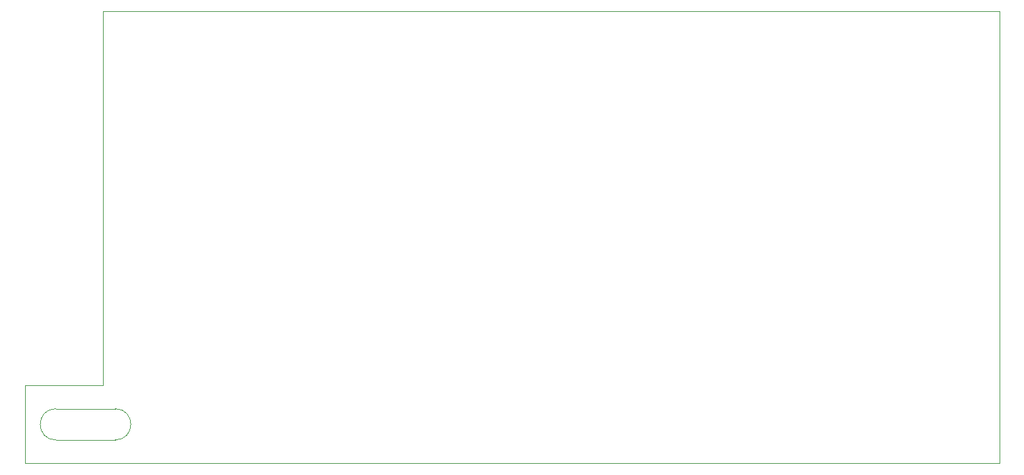
<source format=gbr>
G04 #@! TF.GenerationSoftware,KiCad,Pcbnew,(6.0.0-0)*
G04 #@! TF.CreationDate,2022-04-11T17:58:48+02:00*
G04 #@! TF.ProjectId,ACSI2SD MSTE,41435349-3253-4442-904d-5354452e6b69,1.1*
G04 #@! TF.SameCoordinates,Original*
G04 #@! TF.FileFunction,Profile,NP*
%FSLAX46Y46*%
G04 Gerber Fmt 4.6, Leading zero omitted, Abs format (unit mm)*
G04 Created by KiCad (PCBNEW (6.0.0-0)) date 2022-04-11 17:58:48*
%MOMM*%
%LPD*%
G01*
G04 APERTURE LIST*
G04 #@! TA.AperFunction,Profile*
%ADD10C,0.100000*%
G04 #@! TD*
G04 APERTURE END LIST*
D10*
X100000000Y-100000000D02*
X215000000Y-100000000D01*
X215000000Y-158000000D02*
X90000000Y-158000000D01*
X100000000Y-148000000D02*
X100000000Y-100000000D01*
X90000000Y-158000000D02*
X90000000Y-148000000D01*
X93980000Y-151000000D02*
X101600000Y-151000000D01*
X93980000Y-151000000D02*
G75*
G03*
X93980000Y-155000000I0J-2000000D01*
G01*
X215000000Y-100000000D02*
X215000000Y-158000000D01*
X93980000Y-155000000D02*
X101600000Y-155000000D01*
X101600000Y-155000000D02*
G75*
G03*
X101600000Y-151000000I0J2000000D01*
G01*
X90000000Y-148000000D02*
X100000000Y-148000000D01*
M02*

</source>
